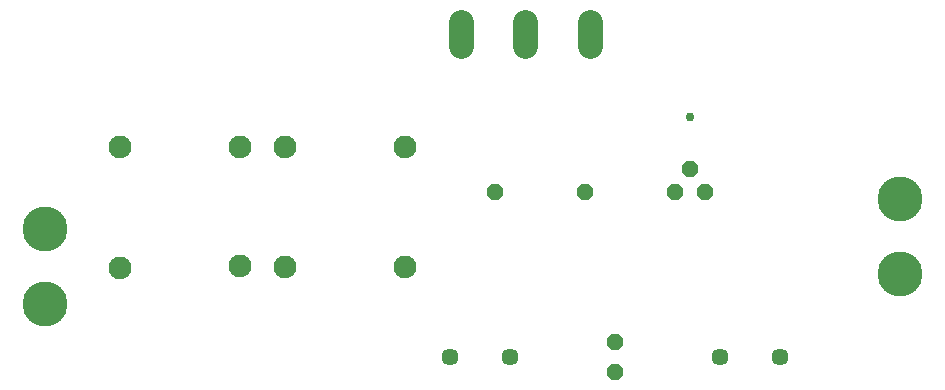
<source format=gbr>
G04 EAGLE Gerber RS-274X export*
G75*
%MOMM*%
%FSLAX34Y34*%
%LPD*%
%INTop Copper*%
%IPPOS*%
%AMOC8*
5,1,8,0,0,1.08239X$1,22.5*%
G01*
%ADD10P,1.539592X8X292.500000*%
%ADD11C,1.450000*%
%ADD12C,1.930400*%
%ADD13P,1.429621X8X22.500000*%
%ADD14C,2.095500*%
%ADD15C,3.810000*%
%ADD16C,0.756400*%


D10*
X685800Y457200D03*
X685800Y431800D03*
D11*
X546100Y444500D03*
X596900Y444500D03*
X774700Y444500D03*
X825500Y444500D03*
D12*
X266700Y622300D03*
X368300Y622300D03*
X266706Y519902D03*
X368294Y521498D03*
X406400Y622300D03*
X508000Y622300D03*
X406400Y520700D03*
X508000Y520700D03*
D13*
X736600Y584200D03*
X749300Y603250D03*
X762000Y584200D03*
D14*
X664210Y707073D02*
X664210Y728028D01*
X609600Y728028D02*
X609600Y707073D01*
X554990Y707073D02*
X554990Y728028D01*
D13*
X584200Y584200D03*
X660400Y584200D03*
D15*
X203200Y488950D03*
X203200Y552450D03*
X927100Y577850D03*
X927100Y514350D03*
D16*
X749300Y647700D03*
M02*

</source>
